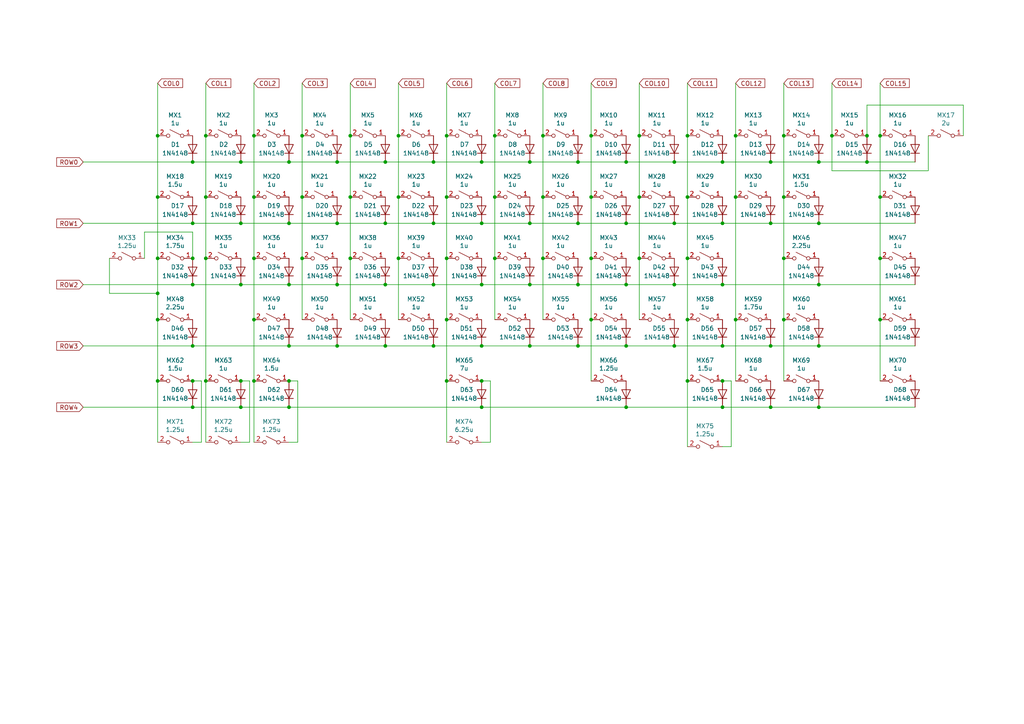
<source format=kicad_sch>
(kicad_sch (version 20230121) (generator eeschema)
  (paper "A4")
  (title_block (title "Bakeneko 65 V3") (date "2020-08-01") (rev "1") (comment 1 "Copyright © 2020 kkatano") (comment 2 "MIT License"))
  (lib_symbols
    (symbol "Device:D" (pin_numbers hide) (pin_names (offset 1.016) hide)
      (property "Reference" "D" (at 0 2.54 0))
      (property "Value" "Device_D" (at 0 -2.54 0))
      (symbol "D_0_1"
        (polyline (pts (xy -1.27 1.27) (xy -1.27 -1.27)) (stroke (width 0.2032)))
        (polyline (pts (xy 1.27 0) (xy -1.27 0)))
        (polyline (pts (xy 1.27 1.27) (xy 1.27 -1.27) (xy -1.27 0) (xy 1.27 1.27)) (stroke (width 0.2032)))
      )
      (symbol "D_1_1"
        (pin passive line (at -3.81 0 0) (length 2.54) (name "K") (number "1"))
        (pin passive line (at 3.81 0 180) (length 2.54) (name "A") (number "2"))
      )
    )
    (symbol "Switch:SW_SPST" (pin_names (offset 0) hide)
      (property "Reference" "SW" (at 0 3.175 0))
      (property "Value" "Switch_SW_SPST" (at 0 -2.54 0))
      (symbol "SW_SPST_0_0"
        (circle (center -2.032 0) (radius 0.508))
        (polyline (pts (xy -1.524 0.254) (xy 1.524 1.778)))
        (circle (center 2.032 0) (radius 0.508))
      )
      (symbol "SW_SPST_1_1"
        (pin passive line (at -5.08 0 0) (length 2.54) (name "A") (number "1"))
        (pin passive line (at 5.08 0 180) (length 2.54) (name "B") (number "2"))
      )
    )
  )
  (junction (at 69.85 82.55))
  (junction (at 213.36 57.15))
  (junction (at 181.61 100.33))
  (junction (at 59.69 39.37))
  (junction (at 255.27 92.71))
  (junction (at 223.52 64.77))
  (junction (at 237.49 118.11))
  (junction (at 139.7 118.11))
  (junction (at 167.64 64.77))
  (junction (at 185.42 39.37))
  (junction (at 87.63 39.37))
  (junction (at 223.52 118.11))
  (junction (at 69.85 46.99))
  (junction (at 73.66 39.37))
  (junction (at 255.27 57.15))
  (junction (at 139.7 110.49))
  (junction (at 97.79 64.77))
  (junction (at 227.33 57.15))
  (junction (at 181.61 118.11))
  (junction (at 87.63 57.15))
  (junction (at 185.42 74.93))
  (junction (at 223.52 100.33))
  (junction (at 157.48 39.37))
  (junction (at 59.69 57.15))
  (junction (at 251.46 46.99))
  (junction (at 195.58 82.55))
  (junction (at 153.67 82.55))
  (junction (at 69.85 64.77))
  (junction (at 143.51 57.15))
  (junction (at 167.64 82.55))
  (junction (at 45.72 57.15))
  (junction (at 157.48 57.15))
  (junction (at 209.55 110.49))
  (junction (at 153.67 64.77))
  (junction (at 129.54 92.71))
  (junction (at 171.45 92.71))
  (junction (at 83.82 64.77))
  (junction (at 209.55 46.99))
  (junction (at 45.72 85.09))
  (junction (at 83.82 110.49))
  (junction (at 87.63 74.93))
  (junction (at 129.54 74.93))
  (junction (at 73.66 92.71))
  (junction (at 115.57 39.37))
  (junction (at 55.88 82.55))
  (junction (at 45.72 110.49))
  (junction (at 45.72 92.71))
  (junction (at 213.36 39.37))
  (junction (at 255.27 39.37))
  (junction (at 55.88 118.11))
  (junction (at 101.6 39.37))
  (junction (at 129.54 110.49))
  (junction (at 195.58 64.77))
  (junction (at 199.39 92.71))
  (junction (at 139.7 46.99))
  (junction (at 185.42 57.15))
  (junction (at 153.67 100.33))
  (junction (at 143.51 39.37))
  (junction (at 55.88 74.93))
  (junction (at 45.72 39.37))
  (junction (at 59.69 74.93))
  (junction (at 199.39 110.49))
  (junction (at 199.39 39.37))
  (junction (at 199.39 57.15))
  (junction (at 101.6 57.15))
  (junction (at 209.55 100.33))
  (junction (at 125.73 64.77))
  (junction (at 139.7 100.33))
  (junction (at 73.66 110.49))
  (junction (at 181.61 64.77))
  (junction (at 251.46 39.37))
  (junction (at 69.85 118.11))
  (junction (at 73.66 57.15))
  (junction (at 157.48 74.93))
  (junction (at 227.33 74.93))
  (junction (at 55.88 46.99))
  (junction (at 115.57 74.93))
  (junction (at 213.36 92.71))
  (junction (at 237.49 100.33))
  (junction (at 83.82 46.99))
  (junction (at 227.33 92.71))
  (junction (at 227.33 39.37))
  (junction (at 209.55 64.77))
  (junction (at 129.54 57.15))
  (junction (at 69.85 110.49))
  (junction (at 111.76 46.99))
  (junction (at 209.55 82.55))
  (junction (at 171.45 74.93))
  (junction (at 97.79 82.55))
  (junction (at 223.52 46.99))
  (junction (at 241.3 39.37))
  (junction (at 237.49 64.77))
  (junction (at 171.45 57.15))
  (junction (at 83.82 118.11))
  (junction (at 139.7 64.77))
  (junction (at 125.73 46.99))
  (junction (at 199.39 74.93))
  (junction (at 143.51 74.93))
  (junction (at 139.7 82.55))
  (junction (at 45.72 74.93))
  (junction (at 111.76 100.33))
  (junction (at 237.49 46.99))
  (junction (at 195.58 100.33))
  (junction (at 55.88 110.49))
  (junction (at 73.66 74.93))
  (junction (at 59.69 110.49))
  (junction (at 101.6 74.93))
  (junction (at 83.82 100.33))
  (junction (at 167.64 46.99))
  (junction (at 83.82 82.55))
  (junction (at 125.73 82.55))
  (junction (at 181.61 82.55))
  (junction (at 181.61 46.99))
  (junction (at 167.64 100.33))
  (junction (at 55.88 100.33))
  (junction (at 125.73 100.33))
  (junction (at 209.55 118.11))
  (junction (at 97.79 100.33))
  (junction (at 153.67 46.99))
  (junction (at 111.76 82.55))
  (junction (at 115.57 57.15))
  (junction (at 55.88 64.77))
  (junction (at 129.54 39.37))
  (junction (at 195.58 46.99))
  (junction (at 171.45 39.37))
  (junction (at 97.79 46.99))
  (junction (at 111.76 64.77))
  (junction (at 237.49 82.55))
  (junction (at 255.27 74.93))
  (wire (pts (xy 129.54 92.71) (xy 129.54 110.49)))
  (wire (pts (xy 129.54 39.37) (xy 129.54 57.15)))
  (wire (pts (xy 199.39 110.49) (xy 199.39 92.71)))
  (wire (pts (xy 237.49 118.11) (xy 265.43 118.11)))
  (wire (pts (xy 181.61 100.33) (xy 195.58 100.33)))
  (wire (pts (xy 153.67 46.99) (xy 139.7 46.99)))
  (wire (pts (xy 139.7 46.99) (xy 125.73 46.99)))
  (wire (pts (xy 59.69 110.49) (xy 59.69 128.27)))
  (wire (pts (xy 125.73 46.99) (xy 111.76 46.99)))
  (wire (pts (xy 111.76 100.33) (xy 125.73 100.33)))
  (wire (pts (xy 59.69 74.93) (xy 59.69 57.15)))
  (wire (pts (xy 181.61 118.11) (xy 209.55 118.11)))
  (wire (pts (xy 73.66 74.93) (xy 73.66 92.71)))
  (wire (pts (xy 87.63 39.37) (xy 87.63 24.13)))
  (wire (pts (xy 199.39 57.15) (xy 199.39 39.37)))
  (wire (pts (xy 227.33 24.13) (xy 227.33 39.37)))
  (wire (pts (xy 209.55 64.77) (xy 223.52 64.77)))
  (wire (pts (xy 83.82 64.77) (xy 97.79 64.77)))
  (wire (pts (xy 143.51 39.37) (xy 143.51 24.13)))
  (wire (pts (xy 83.82 100.33) (xy 97.79 100.33)))
  (wire (pts (xy 157.48 57.15) (xy 157.48 39.37)))
  (wire (pts (xy 83.82 128.27) (xy 86.36 128.27)))
  (wire (pts (xy 199.39 39.37) (xy 199.39 24.13)))
  (wire (pts (xy 73.66 39.37) (xy 73.66 57.15)))
  (wire (pts (xy 143.51 92.71) (xy 143.51 74.93)))
  (wire (pts (xy 73.66 110.49) (xy 73.66 128.27)))
  (wire (pts (xy 157.48 92.71) (xy 157.48 74.93)))
  (wire (pts (xy 227.33 110.49) (xy 227.33 92.71)))
  (wire (pts (xy 237.49 64.77) (xy 265.43 64.77)))
  (wire (pts (xy 255.27 24.13) (xy 255.27 39.37)))
  (wire (pts (xy 223.52 64.77) (xy 237.49 64.77)))
  (wire (pts (xy 83.82 46.99) (xy 69.85 46.99)))
  (wire (pts (xy 55.88 64.77) (xy 69.85 64.77)))
  (wire (pts (xy 171.45 24.13) (xy 171.45 39.37)))
  (wire (pts (xy 185.42 39.37) (xy 185.42 57.15)))
  (wire (pts (xy 213.36 92.71) (xy 213.36 110.49)))
  (wire (pts (xy 195.58 46.99) (xy 181.61 46.99)))
  (wire (pts (xy 167.64 46.99) (xy 153.67 46.99)))
  (wire (pts (xy 251.46 30.48) (xy 251.46 39.37)))
  (wire (pts (xy 167.64 64.77) (xy 181.61 64.77)))
  (wire (pts (xy 41.91 74.93) (xy 41.91 67.31)))
  (wire (pts (xy 101.6 57.15) (xy 101.6 74.93)))
  (wire (pts (xy 269.24 49.53) (xy 269.24 39.37)))
  (wire (pts (xy 241.3 49.53) (xy 269.24 49.53)))
  (wire (pts (xy 55.88 67.31) (xy 55.88 74.93)))
  (wire (pts (xy 255.27 57.15) (xy 255.27 74.93)))
  (wire (pts (xy 241.3 39.37) (xy 241.3 49.53)))
  (wire (pts (xy 227.33 92.71) (xy 227.33 74.93)))
  (wire (pts (xy 171.45 39.37) (xy 171.45 57.15)))
  (wire (pts (xy 55.88 100.33) (xy 83.82 100.33)))
  (wire (pts (xy 45.72 57.15) (xy 45.72 74.93)))
  (wire (pts (xy 209.55 100.33) (xy 223.52 100.33)))
  (wire (pts (xy 129.54 24.13) (xy 129.54 39.37)))
  (wire (pts (xy 171.45 92.71) (xy 171.45 110.49)))
  (wire (pts (xy 223.52 100.33) (xy 237.49 100.33)))
  (wire (pts (xy 101.6 39.37) (xy 101.6 57.15)))
  (wire (pts (xy 24.13 46.99) (xy 55.88 46.99)))
  (wire (pts (xy 142.24 128.27) (xy 142.24 110.49)))
  (wire (pts (xy 111.76 64.77) (xy 125.73 64.77)))
  (wire (pts (xy 115.57 74.93) (xy 115.57 57.15)))
  (wire (pts (xy 73.66 24.13) (xy 73.66 39.37)))
  (wire (pts (xy 45.72 74.93) (xy 45.72 85.09)))
  (wire (pts (xy 223.52 118.11) (xy 209.55 118.11)))
  (wire (pts (xy 55.88 64.77) (xy 24.13 64.77)))
  (wire (pts (xy 199.39 74.93) (xy 199.39 57.15)))
  (wire (pts (xy 209.55 46.99) (xy 195.58 46.99)))
  (wire (pts (xy 185.42 74.93) (xy 185.42 92.71)))
  (wire (pts (xy 69.85 82.55) (xy 55.88 82.55)))
  (wire (pts (xy 24.13 100.33) (xy 55.88 100.33)))
  (wire (pts (xy 237.49 46.99) (xy 223.52 46.99)))
  (wire (pts (xy 59.69 57.15) (xy 59.69 39.37)))
  (wire (pts (xy 279.4 30.48) (xy 251.46 30.48)))
  (wire (pts (xy 72.39 128.27) (xy 72.39 110.49)))
  (wire (pts (xy 111.76 46.99) (xy 97.79 46.99)))
  (wire (pts (xy 143.51 74.93) (xy 143.51 57.15)))
  (wire (pts (xy 213.36 39.37) (xy 213.36 57.15)))
  (wire (pts (xy 199.39 110.49) (xy 199.39 129.54)))
  (wire (pts (xy 142.24 110.49) (xy 139.7 110.49)))
  (wire (pts (xy 181.61 82.55) (xy 167.64 82.55)))
  (wire (pts (xy 83.82 118.11) (xy 69.85 118.11)))
  (wire (pts (xy 237.49 118.11) (xy 223.52 118.11)))
  (wire (pts (xy 227.33 74.93) (xy 227.33 57.15)))
  (wire (pts (xy 87.63 92.71) (xy 87.63 74.93)))
  (wire (pts (xy 251.46 46.99) (xy 237.49 46.99)))
  (wire (pts (xy 45.72 92.71) (xy 45.72 110.49)))
  (wire (pts (xy 241.3 24.13) (xy 241.3 39.37)))
  (wire (pts (xy 101.6 74.93) (xy 101.6 92.71)))
  (wire (pts (xy 24.13 82.55) (xy 55.88 82.55)))
  (wire (pts (xy 45.72 39.37) (xy 45.72 57.15)))
  (wire (pts (xy 24.13 118.11) (xy 55.88 118.11)))
  (wire (pts (xy 181.61 46.99) (xy 167.64 46.99)))
  (wire (pts (xy 69.85 46.99) (xy 55.88 46.99)))
  (wire (pts (xy 195.58 100.33) (xy 209.55 100.33)))
  (wire (pts (xy 171.45 74.93) (xy 171.45 92.71)))
  (wire (pts (xy 265.43 46.99) (xy 251.46 46.99)))
  (wire (pts (xy 125.73 82.55) (xy 111.76 82.55)))
  (wire (pts (xy 157.48 39.37) (xy 157.48 24.13)))
  (wire (pts (xy 73.66 92.71) (xy 73.66 110.49)))
  (wire (pts (xy 255.27 74.93) (xy 255.27 92.71)))
  (wire (pts (xy 115.57 57.15) (xy 115.57 39.37)))
  (wire (pts (xy 185.42 24.13) (xy 185.42 39.37)))
  (wire (pts (xy 97.79 64.77) (xy 111.76 64.77)))
  (wire (pts (xy 45.72 24.13) (xy 45.72 39.37)))
  (wire (pts (xy 125.73 64.77) (xy 139.7 64.77)))
  (wire (pts (xy 58.42 128.27) (xy 58.42 110.49)))
  (wire (pts (xy 58.42 110.49) (xy 55.88 110.49)))
  (wire (pts (xy 213.36 24.13) (xy 213.36 39.37)))
  (wire (pts (xy 139.7 100.33) (xy 153.67 100.33)))
  (wire (pts (xy 115.57 39.37) (xy 115.57 24.13)))
  (wire (pts (xy 195.58 64.77) (xy 209.55 64.77)))
  (wire (pts (xy 213.36 57.15) (xy 213.36 92.71)))
  (wire (pts (xy 227.33 57.15) (xy 227.33 39.37)))
  (wire (pts (xy 69.85 118.11) (xy 55.88 118.11)))
  (wire (pts (xy 153.67 64.77) (xy 167.64 64.77)))
  (wire (pts (xy 139.7 118.11) (xy 83.82 118.11)))
  (wire (pts (xy 97.79 100.33) (xy 111.76 100.33)))
  (wire (pts (xy 255.27 92.71) (xy 255.27 110.49)))
  (wire (pts (xy 69.85 128.27) (xy 72.39 128.27)))
  (wire (pts (xy 83.82 82.55) (xy 69.85 82.55)))
  (wire (pts (xy 143.51 57.15) (xy 143.51 39.37)))
  (wire (pts (xy 101.6 24.13) (xy 101.6 39.37)))
  (wire (pts (xy 209.55 82.55) (xy 237.49 82.55)))
  (wire (pts (xy 72.39 110.49) (xy 69.85 110.49)))
  (wire (pts (xy 129.54 57.15) (xy 129.54 74.93)))
  (wire (pts (xy 115.57 92.71) (xy 115.57 74.93)))
  (wire (pts (xy 86.36 110.49) (xy 83.82 110.49)))
  (wire (pts (xy 171.45 57.15) (xy 171.45 74.93)))
  (wire (pts (xy 87.63 74.93) (xy 87.63 57.15)))
  (wire (pts (xy 199.39 92.71) (xy 199.39 74.93)))
  (wire (pts (xy 73.66 57.15) (xy 73.66 74.93)))
  (wire (pts (xy 69.85 64.77) (xy 83.82 64.77)))
  (wire (pts (xy 223.52 46.99) (xy 209.55 46.99)))
  (wire (pts (xy 167.64 82.55) (xy 153.67 82.55)))
  (wire (pts (xy 59.69 39.37) (xy 59.69 24.13)))
  (wire (pts (xy 59.69 74.93) (xy 59.69 110.49)))
  (wire (pts (xy 209.55 82.55) (xy 195.58 82.55)))
  (wire (pts (xy 279.4 39.37) (xy 279.4 30.48)))
  (wire (pts (xy 181.61 118.11) (xy 139.7 118.11)))
  (wire (pts (xy 195.58 82.55) (xy 181.61 82.55)))
  (wire (pts (xy 139.7 82.55) (xy 125.73 82.55)))
  (wire (pts (xy 97.79 82.55) (xy 83.82 82.55)))
  (wire (pts (xy 212.09 129.54) (xy 212.09 110.49)))
  (wire (pts (xy 111.76 82.55) (xy 97.79 82.55)))
  (wire (pts (xy 129.54 74.93) (xy 129.54 92.71)))
  (wire (pts (xy 255.27 39.37) (xy 255.27 57.15)))
  (wire (pts (xy 87.63 57.15) (xy 87.63 39.37)))
  (wire (pts (xy 86.36 128.27) (xy 86.36 110.49)))
  (wire (pts (xy 31.75 85.09) (xy 45.72 85.09)))
  (wire (pts (xy 41.91 67.31) (xy 55.88 67.31)))
  (wire (pts (xy 237.49 100.33) (xy 265.43 100.33)))
  (wire (pts (xy 129.54 110.49) (xy 129.54 128.27)))
  (wire (pts (xy 185.42 57.15) (xy 185.42 74.93)))
  (wire (pts (xy 45.72 110.49) (xy 45.72 128.27)))
  (wire (pts (xy 125.73 100.33) (xy 139.7 100.33)))
  (wire (pts (xy 139.7 128.27) (xy 142.24 128.27)))
  (wire (pts (xy 265.43 82.55) (xy 237.49 82.55)))
  (wire (pts (xy 209.55 129.54) (xy 212.09 129.54)))
  (wire (pts (xy 31.75 74.93) (xy 31.75 85.09)))
  (wire (pts (xy 157.48 74.93) (xy 157.48 57.15)))
  (wire (pts (xy 153.67 100.33) (xy 167.64 100.33)))
  (wire (pts (xy 212.09 110.49) (xy 209.55 110.49)))
  (wire (pts (xy 45.72 85.09) (xy 45.72 92.71)))
  (wire (pts (xy 181.61 64.77) (xy 195.58 64.77)))
  (wire (pts (xy 139.7 64.77) (xy 153.67 64.77)))
  (wire (pts (xy 97.79 46.99) (xy 83.82 46.99)))
  (wire (pts (xy 167.64 100.33) (xy 181.61 100.33)))
  (wire (pts (xy 55.88 128.27) (xy 58.42 128.27)))
  (wire (pts (xy 153.67 82.55) (xy 139.7 82.55)))
  (global_label "COL3" (shape input) (at 87.63 24.13 0) (property "Intersheetrefs" "${INTERSHEET_REFS}" (effects hide)))
  (global_label "COL0" (shape input) (at 45.72 24.13 0) (property "Intersheetrefs" "${INTERSHEET_REFS}" (effects hide)))
  (global_label "COL15" (shape input) (at 255.27 24.13 0) (property "Intersheetrefs" "${INTERSHEET_REFS}" (effects hide)))
  (global_label "COL9" (shape input) (at 171.45 24.13 0) (property "Intersheetrefs" "${INTERSHEET_REFS}" (effects hide)))
  (global_label "COL14" (shape input) (at 241.3 24.13 0) (property "Intersheetrefs" "${INTERSHEET_REFS}" (effects hide)))
  (global_label "COL10" (shape input) (at 185.42 24.13 0) (property "Intersheetrefs" "${INTERSHEET_REFS}" (effects hide)))
  (global_label "COL5" (shape input) (at 115.57 24.13 0) (property "Intersheetrefs" "${INTERSHEET_REFS}" (effects hide)))
  (global_label "ROW3" (shape input) (at 24.13 100.33 180) (property "Intersheetrefs" "${INTERSHEET_REFS}" (effects hide)))
  (global_label "COL1" (shape input) (at 59.69 24.13 0) (property "Intersheetrefs" "${INTERSHEET_REFS}" (effects hide)))
  (global_label "COL4" (shape input) (at 101.6 24.13 0) (property "Intersheetrefs" "${INTERSHEET_REFS}" (effects hide)))
  (global_label "ROW0" (shape input) (at 24.13 46.99 180) (property "Intersheetrefs" "${INTERSHEET_REFS}" (effects hide)))
  (global_label "ROW2" (shape input) (at 24.13 82.55 180) (property "Intersheetrefs" "${INTERSHEET_REFS}" (effects hide)))
  (global_label "COL12" (shape input) (at 213.36 24.13 0) (property "Intersheetrefs" "${INTERSHEET_REFS}" (effects hide)))
  (global_label "COL8" (shape input) (at 157.48 24.13 0) (property "Intersheetrefs" "${INTERSHEET_REFS}" (effects hide)))
  (global_label "COL6" (shape input) (at 129.54 24.13 0) (property "Intersheetrefs" "${INTERSHEET_REFS}" (effects hide)))
  (global_label "ROW4" (shape input) (at 24.13 118.11 180) (property "Intersheetrefs" "${INTERSHEET_REFS}" (effects hide)))
  (global_label "COL2" (shape input) (at 73.66 24.13 0) (property "Intersheetrefs" "${INTERSHEET_REFS}" (effects hide)))
  (global_label "ROW1" (shape input) (at 24.13 64.77 180) (property "Intersheetrefs" "${INTERSHEET_REFS}" (effects hide)))
  (global_label "COL11" (shape input) (at 199.39 24.13 0) (property "Intersheetrefs" "${INTERSHEET_REFS}" (effects hide)))
  (global_label "COL13" (shape input) (at 227.33 24.13 0) (property "Intersheetrefs" "${INTERSHEET_REFS}" (effects hide)))
  (global_label "COL7" (shape input) (at 143.51 24.13 0) (property "Intersheetrefs" "${INTERSHEET_REFS}" (effects hide)))
  (symbol (lib_id "Switch:SW_SPST") (at 50.8 57.15 0) (mirror y) (unit 1)
    (property "Reference" "MX18" (at 50.8 51.181 0))
    (property "Value" "1.5u" (at 50.8 53.4924 0))
    (property "Footprint" "MX_Only:MXOnly-1.5U-NoLED" (effects hide))
  )
  (symbol (lib_id "Switch:SW_SPST") (at 106.68 39.37 0) (mirror y) (unit 1)
    (property "Reference" "MX5" (at 106.68 33.401 0))
    (property "Value" "1u" (at 106.68 35.7124 0))
    (property "Footprint" "MX_Only:MXOnly-1U-NoLED" (effects hide))
  )
  (symbol (lib_id "Switch:SW_SPST") (at 36.83 74.93 0) (mirror y) (unit 1)
    (property "Reference" "MX33" (at 36.83 68.961 0))
    (property "Value" "1.25u" (at 36.83 71.2724 0))
    (property "Footprint" "MX_Only:MXOnly-1.25U-NoLED" (effects hide))
  )
  (symbol (lib_id "Switch:SW_SPST") (at 274.32 39.37 0) (mirror y) (unit 1)
    (property "Reference" "MX17" (at 274.32 33.401 0))
    (property "Value" "2u" (at 274.32 35.7124 0))
    (property "Footprint" "MX_Only:MXOnly-2U-NoLED" (effects hide))
  )
  (symbol (lib_id "Switch:SW_SPST") (at 204.47 129.54 0) (mirror y) (unit 1)
    (property "Reference" "MX75" (at 204.47 123.571 0))
    (property "Value" "1.25u" (at 204.47 125.8824 0))
    (property "Footprint" "MX_Only:MXOnly-1.25U-NoLED" (effects hide))
  )
  (symbol (lib_id "Switch:SW_SPST") (at 50.8 74.93 0) (mirror y) (unit 1)
    (property "Reference" "MX34" (at 50.8 68.961 0))
    (property "Value" "1.75u" (at 50.8 71.2724 0))
    (property "Footprint" "MX_Only:MXOnly-1.75U-NoLED" (effects hide))
  )
  (symbol (lib_id "Switch:SW_SPST") (at 50.8 92.71 0) (mirror y) (unit 1)
    (property "Reference" "MX48" (at 50.8 86.741 0))
    (property "Value" "2.25u" (at 50.8 89.0524 0))
    (property "Footprint" "MX_Only:MXOnly-2.25U-NoLED" (effects hide))
  )
  (symbol (lib_id "Device:D") (at 265.43 114.3 90) (unit 1)
    (property "Reference" "D68" (at 259.08 113.03 90) (effects (justify right)))
    (property "Value" "1N4148" (at 256.54 115.57 90) (effects (justify right)))
    (property "Footprint" "Diode_SMD:D_SOD-123" (effects hide))
    (property "LCSC Part #" "C81598" (effects hide))
  )
  (symbol (lib_id "Switch:SW_SPST") (at 260.35 110.49 0) (mirror y) (unit 1)
    (property "Reference" "MX70" (at 260.35 104.521 0))
    (property "Value" "1u" (at 260.35 106.8324 0))
    (property "Footprint" "MX_Only:MXOnly-1U-NoLED" (effects hide))
  )
  (symbol (lib_id "Device:D") (at 237.49 114.3 90) (unit 1)
    (property "Reference" "D67" (at 231.14 113.03 90) (effects (justify right)))
    (property "Value" "1N4148" (at 228.6 115.57 90) (effects (justify right)))
    (property "Footprint" "Diode_SMD:D_SOD-123" (effects hide))
    (property "LCSC Part #" "C81598" (effects hide))
  )
  (symbol (lib_id "Switch:SW_SPST") (at 232.41 110.49 0) (mirror y) (unit 1)
    (property "Reference" "MX69" (at 232.41 104.521 0))
    (property "Value" "1u" (at 232.41 106.8324 0))
    (property "Footprint" "MX_Only:MXOnly-1U-NoLED" (effects hide))
  )
  (symbol (lib_id "Device:D") (at 223.52 114.3 90) (unit 1)
    (property "Reference" "D66" (at 217.17 113.03 90) (effects (justify right)))
    (property "Value" "1N4148" (at 214.63 115.57 90) (effects (justify right)))
    (property "Footprint" "Diode_SMD:D_SOD-123" (effects hide))
    (property "LCSC Part #" "C81598" (effects hide))
  )
  (symbol (lib_id "Switch:SW_SPST") (at 218.44 110.49 0) (mirror y) (unit 1)
    (property "Reference" "MX68" (at 218.44 104.521 0))
    (property "Value" "1u" (at 218.44 106.8324 0))
    (property "Footprint" "MX_Only:MXOnly-1U-NoLED" (effects hide))
  )
  (symbol (lib_id "Device:D") (at 209.55 114.3 90) (unit 1)
    (property "Reference" "D65" (at 203.2 113.03 90) (effects (justify right)))
    (property "Value" "1N4148" (at 200.66 115.57 90) (effects (justify right)))
    (property "Footprint" "Diode_SMD:D_SOD-123" (effects hide))
    (property "LCSC Part #" "C81598" (effects hide))
  )
  (symbol (lib_id "Switch:SW_SPST") (at 204.47 110.49 0) (mirror y) (unit 1)
    (property "Reference" "MX67" (at 204.47 104.521 0))
    (property "Value" "1.5u" (at 204.47 106.8324 0))
    (property "Footprint" "MX_Only:MXOnly-1.5U-NoLED" (effects hide))
  )
  (symbol (lib_id "Device:D") (at 181.61 114.3 90) (unit 1)
    (property "Reference" "D64" (at 175.26 113.03 90) (effects (justify right)))
    (property "Value" "1N4148" (at 172.72 115.57 90) (effects (justify right)))
    (property "Footprint" "Diode_SMD:D_SOD-123" (effects hide))
    (property "LCSC Part #" "C81598" (effects hide))
  )
  (symbol (lib_id "Switch:SW_SPST") (at 176.53 110.49 0) (mirror y) (unit 1)
    (property "Reference" "MX66" (at 176.53 104.521 0))
    (property "Value" "1.25u" (at 176.53 106.8324 0))
    (property "Footprint" "MX_Only:MXOnly-1.25U-NoLED" (effects hide))
  )
  (symbol (lib_id "Device:D") (at 139.7 114.3 90) (unit 1)
    (property "Reference" "D63" (at 133.35 113.03 90) (effects (justify right)))
    (property "Value" "1N4148" (at 130.81 115.57 90) (effects (justify right)))
    (property "Footprint" "Diode_SMD:D_SOD-123" (effects hide))
    (property "LCSC Part #" "C81598" (effects hide))
  )
  (symbol (lib_id "Switch:SW_SPST") (at 134.62 110.49 0) (mirror y) (unit 1)
    (property "Reference" "MX65" (at 134.62 104.521 0))
    (property "Value" "7u" (at 134.62 106.8324 0))
    (property "Footprint" "MX_Only:MXOnly-7U-ReversedStabilizers-NoLED" (effects hide))
  )
  (symbol (lib_id "Device:D") (at 83.82 114.3 90) (unit 1)
    (property "Reference" "D62" (at 77.47 113.03 90) (effects (justify right)))
    (property "Value" "1N4148" (at 74.93 115.57 90) (effects (justify right)))
    (property "Footprint" "Diode_SMD:D_SOD-123" (effects hide))
    (property "LCSC Part #" "C81598" (effects hide))
  )
  (symbol (lib_id "Switch:SW_SPST") (at 78.74 110.49 0) (mirror y) (unit 1)
    (property "Reference" "MX64" (at 78.74 104.521 0))
    (property "Value" "1.5u" (at 78.74 106.8324 0))
    (property "Footprint" "MX_Only:MXOnly-1.5U-NoLED" (effects hide))
  )
  (symbol (lib_id "Device:D") (at 69.85 114.3 90) (unit 1)
    (property "Reference" "D61" (at 63.5 113.03 90) (effects (justify right)))
    (property "Value" "1N4148" (at 60.96 115.57 90) (effects (justify right)))
    (property "Footprint" "Diode_SMD:D_SOD-123" (effects hide))
    (property "LCSC Part #" "C81598" (effects hide))
  )
  (symbol (lib_id "Switch:SW_SPST") (at 64.77 110.49 0) (mirror y) (unit 1)
    (property "Reference" "MX63" (at 64.77 104.521 0))
    (property "Value" "1u" (at 64.77 106.8324 0))
    (property "Footprint" "MX_Only:MXOnly-1U-NoLED" (effects hide))
  )
  (symbol (lib_id "Device:D") (at 55.88 114.3 90) (unit 1)
    (property "Reference" "D60" (at 49.53 113.03 90) (effects (justify right)))
    (property "Value" "1N4148" (at 46.99 115.57 90) (effects (justify right)))
    (property "Footprint" "Diode_SMD:D_SOD-123" (effects hide))
    (property "LCSC Part #" "C81598" (effects hide))
  )
  (symbol (lib_id "Switch:SW_SPST") (at 50.8 110.49 0) (mirror y) (unit 1)
    (property "Reference" "MX62" (at 50.8 104.521 0))
    (property "Value" "1.5u" (at 50.8 106.8324 0))
    (property "Footprint" "MX_Only:MXOnly-1.5U-NoLED" (effects hide))
  )
  (symbol (lib_id "Device:D") (at 265.43 96.52 90) (unit 1)
    (property "Reference" "D59" (at 259.08 95.25 90) (effects (justify right)))
    (property "Value" "1N4148" (at 256.54 97.79 90) (effects (justify right)))
    (property "Footprint" "Diode_SMD:D_SOD-123" (effects hide))
    (property "LCSC Part #" "C81598" (effects hide))
  )
  (symbol (lib_id "Switch:SW_SPST") (at 260.35 92.71 0) (mirror y) (unit 1)
    (property "Reference" "MX61" (at 260.35 86.741 0))
    (property "Value" "1u" (at 260.35 89.0524 0))
    (property "Footprint" "MX_Only:MXOnly-1U-NoLED" (effects hide))
  )
  (symbol (lib_id "Device:D") (at 237.49 96.52 90) (unit 1)
    (property "Reference" "D58" (at 231.14 95.25 90) (effects (justify right)))
    (property "Value" "1N4148" (at 228.6 97.79 90) (effects (justify right)))
    (property "Footprint" "Diode_SMD:D_SOD-123" (effects hide))
    (property "LCSC Part #" "C81598" (effects hide))
  )
  (symbol (lib_id "Switch:SW_SPST") (at 232.41 92.71 0) (mirror y) (unit 1)
    (property "Reference" "MX60" (at 232.41 86.741 0))
    (property "Value" "1u" (at 232.41 89.0524 0))
    (property "Footprint" "MX_Only:MXOnly-1U-NoLED" (effects hide))
  )
  (symbol (lib_id "Device:D") (at 223.52 96.52 90) (unit 1)
    (property "Reference" "D57" (at 217.17 95.25 90) (effects (justify right)))
    (property "Value" "1N4148" (at 214.63 97.79 90) (effects (justify right)))
    (property "Footprint" "Diode_SMD:D_SOD-123" (effects hide))
    (property "LCSC Part #" "C81598" (effects hide))
  )
  (symbol (lib_id "Switch:SW_SPST") (at 218.44 92.71 0) (mirror y) (unit 1)
    (property "Reference" "MX59" (at 218.44 86.741 0))
    (property "Value" "1.75u" (at 218.44 89.0524 0))
    (property "Footprint" "MX_Only:MXOnly-1.75U-NoLED" (effects hide))
  )
  (symbol (lib_id "Device:D") (at 209.55 96.52 90) (unit 1)
    (property "Reference" "D56" (at 203.2 95.25 90) (effects (justify right)))
    (property "Value" "1N4148" (at 200.66 97.79 90) (effects (justify right)))
    (property "Footprint" "Diode_SMD:D_SOD-123" (effects hide))
    (property "LCSC Part #" "C81598" (effects hide))
  )
  (symbol (lib_id "Switch:SW_SPST") (at 204.47 92.71 0) (mirror y) (unit 1)
    (property "Reference" "MX58" (at 204.47 86.741 0))
    (property "Value" "1u" (at 204.47 89.0524 0))
    (property "Footprint" "MX_Only:MXOnly-1U-NoLED" (effects hide))
  )
  (symbol (lib_id "Device:D") (at 195.58 96.52 90) (unit 1)
    (property "Reference" "D55" (at 189.23 95.25 90) (effects (justify right)))
    (property "Value" "1N4148" (at 186.69 97.79 90) (effects (justify right)))
    (property "Footprint" "Diode_SMD:D_SOD-123" (effects hide))
    (property "LCSC Part #" "C81598" (effects hide))
  )
  (symbol (lib_id "Switch:SW_SPST") (at 190.5 92.71 0) (mirror y) (unit 1)
    (property "Reference" "MX57" (at 190.5 86.741 0))
    (property "Value" "1u" (at 190.5 89.0524 0))
    (property "Footprint" "MX_Only:MXOnly-1U-NoLED" (effects hide))
  )
  (symbol (lib_id "Device:D") (at 181.61 96.52 90) (unit 1)
    (property "Reference" "D54" (at 175.26 95.25 90) (effects (justify right)))
    (property "Value" "1N4148" (at 172.72 97.79 90) (effects (justify right)))
    (property "Footprint" "Diode_SMD:D_SOD-123" (effects hide))
    (property "LCSC Part #" "C81598" (effects hide))
  )
  (symbol (lib_id "Switch:SW_SPST") (at 176.53 92.71 0) (mirror y) (unit 1)
    (property "Reference" "MX56" (at 176.53 86.741 0))
    (property "Value" "1u" (at 176.53 89.0524 0))
    (property "Footprint" "MX_Only:MXOnly-1U-NoLED" (effects hide))
  )
  (symbol (lib_id "Device:D") (at 167.64 96.52 90) (unit 1)
    (property "Reference" "D53" (at 161.29 95.25 90) (effects (justify right)))
    (property "Value" "1N4148" (at 158.75 97.79 90) (effects (justify right)))
    (property "Footprint" "Diode_SMD:D_SOD-123" (effects hide))
    (property "LCSC Part #" "C81598" (effects hide))
  )
  (symbol (lib_id "Switch:SW_SPST") (at 162.56 92.71 0) (mirror y) (unit 1)
    (property "Reference" "MX55" (at 162.56 86.741 0))
    (property "Value" "1u" (at 162.56 89.0524 0))
    (property "Footprint" "MX_Only:MXOnly-1U-NoLED" (effects hide))
  )
  (symbol (lib_id "Device:D") (at 153.67 96.52 90) (unit 1)
    (property "Reference" "D52" (at 147.32 95.25 90) (effects (justify right)))
    (property "Value" "1N4148" (at 144.78 97.79 90) (effects (justify right)))
    (property "Footprint" "Diode_SMD:D_SOD-123" (effects hide))
    (property "LCSC Part #" "C81598" (effects hide))
  )
  (symbol (lib_id "Switch:SW_SPST") (at 148.59 92.71 0) (mirror y) (unit 1)
    (property "Reference" "MX54" (at 148.59 86.741 0))
    (property "Value" "1u" (at 148.59 89.0524 0))
    (property "Footprint" "MX_Only:MXOnly-1U-NoLED" (effects hide))
  )
  (symbol (lib_id "Device:D") (at 139.7 96.52 90) (unit 1)
    (property "Reference" "D51" (at 133.35 95.25 90) (effects (justify right)))
    (property "Value" "1N4148" (at 130.81 97.79 90) (effects (justify right)))
    (property "Footprint" "Diode_SMD:D_SOD-123" (effects hide))
    (property "LCSC Part #" "C81598" (effects hide))
  )
  (symbol (lib_id "Switch:SW_SPST") (at 134.62 92.71 0) (mirror y) (unit 1)
    (property "Reference" "MX53" (at 134.62 86.741 0))
    (property "Value" "1u" (at 134.62 89.0524 0))
    (property "Footprint" "MX_Only:MXOnly-1U-NoLED" (effects hide))
  )
  (symbol (lib_id "Device:D") (at 125.73 96.52 90) (unit 1)
    (property "Reference" "D50" (at 119.38 95.25 90) (effects (justify right)))
    (property "Value" "1N4148" (at 116.84 97.79 90) (effects (justify right)))
    (property "Footprint" "Diode_SMD:D_SOD-123" (effects hide))
    (property "LCSC Part #" "C81598" (effects hide))
  )
  (symbol (lib_id "Switch:SW_SPST") (at 120.65 92.71 0) (mirror y) (unit 1)
    (property "Reference" "MX52" (at 120.65 86.741 0))
    (property "Value" "1u" (at 120.65 89.0524 0))
    (property "Footprint" "MX_Only:MXOnly-1U-NoLED" (effects hide))
  )
  (symbol (lib_id "Device:D") (at 111.76 96.52 90) (unit 1)
    (property "Reference" "D49" (at 105.41 95.25 90) (effects (justify right)))
    (property "Value" "1N4148" (at 102.87 97.79 90) (effects (justify right)))
    (property "Footprint" "Diode_SMD:D_SOD-123" (effects hide))
    (property "LCSC Part #" "C81598" (effects hide))
  )
  (symbol (lib_id "Switch:SW_SPST") (at 106.68 92.71 0) (mirror y) (unit 1)
    (property "Reference" "MX51" (at 106.68 86.741 0))
    (property "Value" "1u" (at 106.68 89.0524 0))
    (property "Footprint" "MX_Only:MXOnly-1U-NoLED" (effects hide))
  )
  (symbol (lib_id "Device:D") (at 97.79 96.52 90) (unit 1)
    (property "Reference" "D48" (at 91.44 95.25 90) (effects (justify right)))
    (property "Value" "1N4148" (at 88.9 97.79 90) (effects (justify right)))
    (property "Footprint" "Diode_SMD:D_SOD-123" (effects hide))
    (property "LCSC Part #" "C81598" (effects hide))
  )
  (symbol (lib_id "Switch:SW_SPST") (at 92.71 92.71 0) (mirror y) (unit 1)
    (property "Reference" "MX50" (at 92.71 86.741 0))
    (property "Value" "1u" (at 92.71 89.0524 0))
    (property "Footprint" "MX_Only:MXOnly-1U-NoLED" (effects hide))
  )
  (symbol (lib_id "Device:D") (at 83.82 96.52 90) (unit 1)
    (property "Reference" "D47" (at 77.47 95.25 90) (effects (justify right)))
    (property "Value" "1N4148" (at 74.93 97.79 90) (effects (justify right)))
    (property "Footprint" "Diode_SMD:D_SOD-123" (effects hide))
    (property "LCSC Part #" "C81598" (effects hide))
  )
  (symbol (lib_id "Switch:SW_SPST") (at 78.74 92.71 0) (mirror y) (unit 1)
    (property "Reference" "MX49" (at 78.74 86.741 0))
    (property "Value" "1u" (at 78.74 89.0524 0))
    (property "Footprint" "MX_Only:MXOnly-1U-NoLED" (effects hide))
  )
  (symbol (lib_id "Device:D") (at 55.88 96.52 90) (unit 1)
    (property "Reference" "D46" (at 49.53 95.25 90) (effects (justify right)))
    (property "Value" "1N4148" (at 46.99 97.79 90) (effects (justify right)))
    (property "Footprint" "Diode_SMD:D_SOD-123" (effects hide))
    (property "LCSC Part #" "C81598" (effects hide))
  )
  (symbol (lib_id "Device:D") (at 265.43 78.74 90) (unit 1)
    (property "Reference" "D45" (at 259.08 77.47 90) (effects (justify right)))
    (property "Value" "1N4148" (at 256.54 80.01 90) (effects (justify right)))
    (property "Footprint" "Diode_SMD:D_SOD-123" (effects hide))
    (property "LCSC Part #" "C81598" (effects hide))
  )
  (symbol (lib_id "Switch:SW_SPST") (at 260.35 74.93 0) (mirror y) (unit 1)
    (property "Reference" "MX47" (at 260.35 68.961 0))
    (property "Value" "1u" (at 260.35 71.2724 0))
    (property "Footprint" "MX_Only:MXOnly-1U-NoLED" (effects hide))
  )
  (symbol (lib_id "Device:D") (at 237.49 78.74 90) (unit 1)
    (property "Reference" "D44" (at 231.14 77.47 90) (effects (justify right)))
    (property "Value" "1N4148" (at 228.6 80.01 90) (effects (justify right)))
    (property "Footprint" "Diode_SMD:D_SOD-123" (effects hide))
    (property "LCSC Part #" "C81598" (effects hide))
  )
  (symbol (lib_id "Switch:SW_SPST") (at 232.41 74.93 0) (mirror y) (unit 1)
    (property "Reference" "MX46" (at 232.41 68.961 0))
    (property "Value" "2.25u" (at 232.41 71.2724 0))
    (property "Footprint" "MX_Only:MXOnly-2.25U-NoLED" (effects hide))
  )
  (symbol (lib_id "Device:D") (at 209.55 78.74 90) (unit 1)
    (property "Reference" "D43" (at 203.2 77.47 90) (effects (justify right)))
    (property "Value" "1N4148" (at 200.66 80.01 90) (effects (justify right)))
    (property "Footprint" "Diode_SMD:D_SOD-123" (effects hide))
    (property "LCSC Part #" "C81598" (effects hide))
  )
  (symbol (lib_id "Switch:SW_SPST") (at 204.47 74.93 0) (mirror y) (unit 1)
    (property "Reference" "MX45" (at 204.47 68.961 0))
    (property "Value" "1u" (at 204.47 71.2724 0))
    (property "Footprint" "MX_Only:MXOnly-1U-NoLED" (effects hide))
  )
  (symbol (lib_id "Device:D") (at 195.58 78.74 90) (unit 1)
    (property "Reference" "D42" (at 189.23 77.47 90) (effects (justify right)))
    (property "Value" "1N4148" (at 186.69 80.01 90) (effects (justify right)))
    (property "Footprint" "Diode_SMD:D_SOD-123" (effects hide))
    (property "LCSC Part #" "C81598" (effects hide))
  )
  (symbol (lib_id "Switch:SW_SPST") (at 190.5 74.93 0) (mirror y) (unit 1)
    (property "Reference" "MX44" (at 190.5 68.961 0))
    (property "Value" "1u" (at 190.5 71.2724 0))
    (property "Footprint" "MX_Only:MXOnly-1U-NoLED" (effects hide))
  )
  (symbol (lib_id "Device:D") (at 181.61 78.74 90) (unit 1)
    (property "Reference" "D41" (at 175.26 77.47 90) (effects (justify right)))
    (property "Value" "1N4148" (at 172.72 80.01 90) (effects (justify right)))
    (property "Footprint" "Diode_SMD:D_SOD-123" (effects hide))
    (property "LCSC Part #" "C81598" (effects hide))
  )
  (symbol (lib_id "Switch:SW_SPST") (at 176.53 74.93 0) (mirror y) (unit 1)
    (property "Reference" "MX43" (at 176.53 68.961 0))
    (property "Value" "1u" (at 176.53 71.2724 0))
    (property "Footprint" "MX_Only:MXOnly-1U-NoLED" (effects hide))
  )
  (symbol (lib_id "Device:D") (at 167.64 78.74 90) (unit 1)
    (property "Reference" "D40" (at 161.29 77.47 90) (effects (justify right)))
    (property "Value" "1N4148" (at 158.75 80.01 90) (effects (justify right)))
    (property "Footprint" "Diode_SMD:D_SOD-123" (effects hide))
    (property "LCSC Part #" "C81598" (effects hide))
  )
  (symbol (lib_id "Switch:SW_SPST") (at 162.56 74.93 0) (mirror y) (unit 1)
    (property "Reference" "MX42" (at 162.56 68.961 0))
    (property "Value" "1u" (at 162.56 71.2724 0))
    (property "Footprint" "MX_Only:MXOnly-1U-NoLED" (effects hide))
  )
  (symbol (lib_id "Device:D") (at 153.67 78.74 90) (unit 1)
    (property "Reference" "D39" (at 147.32 77.47 90) (effects (justify right)))
    (property "Value" "1N4148" (at 144.78 80.01 90) (effects (justify right)))
    (property "Footprint" "Diode_SMD:D_SOD-123" (effects hide))
    (property "LCSC Part #" "C81598" (effects hide))
  )
  (symbol (lib_id "Switch:SW_SPST") (at 148.59 74.93 0) (mirror y) (unit 1)
    (property "Reference" "MX41" (at 148.59 68.961 0))
    (property "Value" "1u" (at 148.59 71.2724 0))
    (property "Footprint" "MX_Only:MXOnly-1U-NoLED" (effects hide))
  )
  (symbol (lib_id "Device:D") (at 139.7 78.74 90) (unit 1)
    (property "Reference" "D38" (at 133.35 77.47 90) (effects (justify right)))
    (property "Value" "1N4148" (at 130.81 80.01 90) (effects (justify right)))
    (property "Footprint" "Diode_SMD:D_SOD-123" (effects hide))
    (property "LCSC Part #" "C81598" (effects hide))
  )
  (symbol (lib_id "Switch:SW_SPST") (at 134.62 74.93 0) (mirror y) (unit 1)
    (property "Reference" "MX40" (at 134.62 68.961 0))
    (property "Value" "1u" (at 134.62 71.2724 0))
    (property "Footprint" "MX_Only:MXOnly-1U-NoLED" (effects hide))
  )
  (symbol (lib_id "Device:D") (at 125.73 78.74 90) (unit 1)
    (property "Reference" "D37" (at 119.38 77.47 90) (effects (justify right)))
    (property "Value" "1N4148" (at 116.84 80.01 90) (effects (justify right)))
    (property "Footprint" "Diode_SMD:D_SOD-123" (effects hide))
    (property "LCSC Part #" "C81598" (effects hide))
  )
  (symbol (lib_id "Switch:SW_SPST") (at 120.65 74.93 0) (mirror y) (unit 1)
    (property "Reference" "MX39" (at 120.65 68.961 0))
    (property "Value" "1u" (at 120.65 71.2724 0))
    (property "Footprint" "MX_Only:MXOnly-1U-NoLED" (effects hide))
  )
  (symbol (lib_id "Device:D") (at 111.76 78.74 90) (unit 1)
    (property "Reference" "D36" (at 105.41 77.47 90) (effects (justify right)))
    (property "Value" "1N4148" (at 102.87 80.01 90) (effects (justify right)))
    (property "Footprint" "Diode_SMD:D_SOD-123" (effects hide))
    (property "LCSC Part #" "C81598" (effects hide))
  )
  (symbol (lib_id "Switch:SW_SPST") (at 106.68 74.93 0) (mirror y) (unit 1)
    (property "Reference" "MX38" (at 106.68 68.961 0))
    (property "Value" "1u" (at 106.68 71.2724 0))
    (property "Footprint" "MX_Only:MXOnly-1U-NoLED" (effects hide))
  )
  (symbol (lib_id "Device:D") (at 97.79 78.74 90) (unit 1)
    (property "Reference" "D35" (at 91.44 77.47 90) (effects (justify right)))
    (property "Value" "1N4148" (at 88.9 80.01 90) (effects (justify right)))
    (property "Footprint" "Diode_SMD:D_SOD-123" (effects hide))
    (property "LCSC Part #" "C81598" (effects hide))
  )
  (symbol (lib_id "Switch:SW_SPST") (at 92.71 74.93 0) (mirror y) (unit 1)
    (property "Reference" "MX37" (at 92.71 68.961 0))
    (property "Value" "1u" (at 92.71 71.2724 0))
    (property "Footprint" "MX_Only:MXOnly-1U-NoLED" (effects hide))
  )
  (symbol (lib_id "Device:D") (at 83.82 78.74 90) (unit 1)
    (property "Reference" "D34" (at 77.47 77.47 90) (effects (justify right)))
    (property "Value" "1N4148" (at 74.93 80.01 90) (effects (justify right)))
    (property "Footprint" "Diode_SMD:D_SOD-123" (effects hide))
    (property "LCSC Part #" "C81598" (effects hide))
  )
  (symbol (lib_id "Switch:SW_SPST") (at 78.74 74.93 0) (mirror y) (unit 1)
    (property "Reference" "MX36" (at 78.74 68.961 0))
    (property "Value" "1u" (at 78.74 71.2724 0))
    (property "Footprint" "MX_Only:MXOnly-1U-NoLED" (effects hide))
  )
  (symbol (lib_id "Device:D") (at 69.85 78.74 90) (unit 1)
    (property "Reference" "D33" (at 63.5 77.47 90) (effects (justify right)))
    (property "Value" "1N4148" (at 60.96 80.01 90) (effects (justify right)))
    (property "Footprint" "Diode_SMD:D_SOD-123" (effects hide))
    (property "LCSC Part #" "C81598" (effects hide))
  )
  (symbol (lib_id "Switch:SW_SPST") (at 64.77 74.93 0) (mirror y) (unit 1)
    (property "Reference" "MX35" (at 64.77 68.961 0))
    (property "Value" "1u" (at 64.77 71.2724 0))
    (property "Footprint" "MX_Only:MXOnly-1U-NoLED" (effects hide))
  )
  (symbol (lib_id "Device:D") (at 55.88 78.74 90) (unit 1)
    (property "Reference" "D32" (at 49.53 77.47 90) (effects (justify right)))
    (property "Value" "1N4148" (at 46.99 80.01 90) (effects (justify right)))
    (property "Footprint" "Diode_SMD:D_SOD-123" (effects hide))
    (property "LCSC Part #" "C81598" (effects hide))
  )
  (symbol (lib_id "Device:D") (at 265.43 60.96 90) (unit 1)
    (property "Reference" "D31" (at 259.08 59.69 90) (effects (justify right)))
    (property "Value" "1N4148" (at 256.54 62.23 90) (effects (justify right)))
    (property "Footprint" "Diode_SMD:D_SOD-123" (effects hide))
    (property "LCSC Part #" "C81598" (effects hide))
  )
  (symbol (lib_id "Switch:SW_SPST") (at 260.35 57.15 0) (mirror y) (unit 1)
    (property "Reference" "MX32" (at 260.35 51.181 0))
    (property "Value" "1u" (at 260.35 53.4924 0))
    (property "Footprint" "MX_Only:MXOnly-1U-NoLED" (effects hide))
  )
  (symbol (lib_id "Device:D") (at 237.49 60.96 90) (unit 1)
    (property "Reference" "D30" (at 231.14 59.69 90) (effects (justify right)))
    (property "Value" "1N4148" (at 228.6 62.23 90) (effects (justify right)))
    (property "Footprint" "Diode_SMD:D_SOD-123" (effects hide))
    (property "LCSC Part #" "C81598" (effects hide))
  )
  (symbol (lib_id "Switch:SW_SPST") (at 232.41 57.15 0) (mirror y) (unit 1)
    (property "Reference" "MX31" (at 232.41 51.181 0))
    (property "Value" "1.5u" (at 232.41 53.4924 0))
    (property "Footprint" "MX_Only:MXOnly-1.5U-NoLED" (effects hide))
  )
  (symbol (lib_id "Device:D") (at 223.52 60.96 90) (unit 1)
    (property "Reference" "D29" (at 217.17 59.69 90) (effects (justify right)))
    (property "Value" "1N4148" (at 214.63 62.23 90) (effects (justify right)))
    (property "Footprint" "Diode_SMD:D_SOD-123" (effects hide))
    (property "LCSC Part #" "C81598" (effects hide))
  )
  (symbol (lib_id "Switch:SW_SPST") (at 218.44 57.15 0) (mirror y) (unit 1)
    (property "Reference" "MX30" (at 218.44 51.181 0))
    (property "Value" "1u" (at 218.44 53.4924 0))
    (property "Footprint" "MX_Only:MXOnly-1U-NoLED" (effects hide))
  )
  (symbol (lib_id "Device:D") (at 209.55 60.96 90) (unit 1)
    (property "Reference" "D28" (at 203.2 59.69 90) (effects (justify right)))
    (property "Value" "1N4148" (at 200.66 62.23 90) (effects (justify right)))
    (property "Footprint" "Diode_SMD:D_SOD-123" (effects hide))
    (property "LCSC Part #" "C81598" (effects hide))
  )
  (symbol (lib_id "Switch:SW_SPST") (at 204.47 57.15 0) (mirror y) (unit 1)
    (property "Reference" "MX29" (at 204.47 51.181 0))
    (property "Value" "1u" (at 204.47 53.4924 0))
    (property "Footprint" "MX_Only:MXOnly-1U-NoLED" (effects hide))
  )
  (symbol (lib_id "Device:D") (at 195.58 60.96 90) (unit 1)
    (property "Reference" "D27" (at 189.23 59.69 90) (effects (justify right)))
    (property "Value" "1N4148" (at 186.69 62.23 90) (effects (justify right)))
    (property "Footprint" "Diode_SMD:D_SOD-123" (effects hide))
    (property "LCSC Part #" "C81598" (effects hide))
  )
  (symbol (lib_id "Switch:SW_SPST") (at 190.5 57.15 0) (mirror y) (unit 1)
    (property "Reference" "MX28" (at 190.5 51.181 0))
    (property "Value" "1u" (at 190.5 53.4924 0))
    (property "Footprint" "MX_Only:MXOnly-1U-NoLED" (effects hide))
  )
  (symbol (lib_id "Device:D") (at 181.61 60.96 90) (unit 1)
    (property "Reference" "D26" (at 175.26 59.69 90) (effects (justify right)))
    (property "Value" "1N4148" (at 172.72 62.23 90) (effects (justify right)))
    (property "Footprint" "Diode_SMD:D_SOD-123" (effects hide))
    (property "LCSC Part #" "C81598" (effects hide))
  )
  (symbol (lib_id "Switch:SW_SPST") (at 176.53 57.15 0) (mirror y) (unit 1)
    (property "Reference" "MX27" (at 176.53 51.181 0))
    (property "Value" "1u" (at 176.53 53.4924 0))
    (property "Footprint" "MX_Only:MXOnly-1U-NoLED" (effects hide))
  )
  (symbol (lib_id "Device:D") (at 167.64 60.96 90) (unit 1)
    (property "Reference" "D25" (at 161.29 59.69 90) (effects (justify right)))
    (property "Value" "1N4148" (at 158.75 62.23 90) (effects (justify right)))
    (property "Footprint" "Diode_SMD:D_SOD-123" (effects hide))
    (property "LCSC Part #" "C81598" (effects hide))
  )
  (symbol (lib_id "Switch:SW_SPST") (at 162.56 57.15 0) (mirror y) (unit 1)
    (property "Reference" "MX26" (at 162.56 51.181 0))
    (property "Value" "1u" (at 162.56 53.4924 0))
    (property "Footprint" "MX_Only:MXOnly-1U-NoLED" (effects hide))
  )
  (symbol (lib_id "Device:D") (at 153.67 60.96 90) (unit 1)
    (property "Reference" "D24" (at 147.32 59.69 90) (effects (justify right)))
    (property "Value" "1N4148" (at 144.78 62.23 90) (effects (justify right)))
    (property "Footprint" "Diode_SMD:D_SOD-123" (effects hide))
    (property "LCSC Part #" "C81598" (effects hide))
  )
  (symbol (lib_id "Switch:SW_SPST") (at 148.59 57.15 0) (mirror y) (unit 1)
    (property "Reference" "MX25" (at 148.59 51.181 0))
    (property "Value" "1u" (at 148.59 53.4924 0))
    (property "Footprint" "MX_Only:MXOnly-1U-NoLED" (effects hide))
  )
  (symbol (lib_id "Device:D") (at 139.7 60.96 90) (unit 1)
    (property "Reference" "D23" (at 133.35 59.69 90) (effects (justify right)))
    (property "Value" "1N4148" (at 130.81 62.23 90) (effects (justify right)))
    (property "Footprint" "Diode_SMD:D_SOD-123" (effects hide))
    (property "LCSC Part #" "C81598" (effects hide))
  )
  (symbol (lib_id "Switch:SW_SPST") (at 134.62 57.15 0) (mirror y) (unit 1)
    (property "Reference" "MX24" (at 134.62 51.181 0))
    (property "Value" "1u" (at 134.62 53.4924 0))
    (property "Footprint" "MX_Only:MXOnly-1U-NoLED" (effects hide))
  )
  (symbol (lib_id "Device:D") (at 125.73 60.96 90) (unit 1)
    (property "Reference" "D22" (at 119.38 59.69 90) (effects (justify right)))
    (property "Value" "1N4148" (at 116.84 62.23 90) (effects (justify right)))
    (property "Footprint" "Diode_SMD:D_SOD-123" (effects hide))
    (property "LCSC Part #" "C81598" (effects hide))
  )
  (symbol (lib_id "Switch:SW_SPST") (at 120.65 57.15 0) (mirror y) (unit 1)
    (property "Reference" "MX23" (at 120.65 51.181 0))
    (property "Value" "1u" (at 120.65 53.4924 0))
    (property "Footprint" "MX_Only:MXOnly-1U-NoLED" (effects hide))
  )
  (symbol (lib_id "Device:D") (at 111.76 60.96 90) (unit 1)
    (property "Reference" "D21" (at 105.41 59.69 90) (effects (justify right)))
    (property "Value" "1N4148" (at 102.87 62.23 90) (effects (justify right)))
    (property "Footprint" "Diode_SMD:D_SOD-123" (effects hide))
    (property "LCSC Part #" "C81598" (effects hide))
  )
  (symbol (lib_id "Switch:SW_SPST") (at 106.68 57.15 0) (mirror y) (unit 1)
    (property "Reference" "MX22" (at 106.68 51.181 0))
    (property "Value" "1u" (at 106.68 53.4924 0))
    (property "Footprint" "MX_Only:MXOnly-1U-NoLED" (effects hide))
  )
  (symbol (lib_id "Device:D") (at 97.79 60.96 90) (unit 1)
    (property "Reference" "D20" (at 91.44 59.69 90) (effects (justify right)))
    (property "Value" "1N4148" (at 88.9 62.23 90) (effects (justify right)))
    (property "Footprint" "Diode_SMD:D_SOD-123" (effects hide))
    (property "LCSC Part #" "C81598" (effects hide))
  )
  (symbol (lib_id "Switch:SW_SPST") (at 92.71 57.15 0) (mirror y) (unit 1)
    (property "Reference" "MX21" (at 92.71 51.181 0))
    (property "Value" "1u" (at 92.71 53.4924 0))
    (property "Footprint" "MX_Only:MXOnly-1U-NoLED" (effects hide))
  )
  (symbol (lib_id "Device:D") (at 83.82 60.96 90) (unit 1)
    (property "Reference" "D19" (at 77.47 59.69 90) (effects (justify right)))
    (property "Value" "1N4148" (at 74.93 62.23 90) (effects (justify right)))
    (property "Footprint" "Diode_SMD:D_SOD-123" (effects hide))
    (property "LCSC Part #" "C81598" (effects hide))
  )
  (symbol (lib_id "Switch:SW_SPST") (at 78.74 57.15 0) (mirror y) (unit 1)
    (property "Reference" "MX20" (at 78.74 51.181 0))
    (property "Value" "1u" (at 78.74 53.4924 0))
    (property "Footprint" "MX_Only:MXOnly-1U-NoLED" (effects hide))
  )
  (symbol (lib_id "Device:D") (at 69.85 60.96 90) (unit 1)
    (property "Reference" "D18" (at 63.5 59.69 90) (effects (justify right)))
    (property "Value" "1N4148" (at 60.96 62.23 90) (effects (justify right)))
    (property "Footprint" "Diode_SMD:D_SOD-123" (effects hide))
    (property "LCSC Part #" "C81598" (effects hide))
  )
  (symbol (lib_id "Switch:SW_SPST") (at 64.77 57.15 0) (mirror y) (unit 1)
    (property "Reference" "MX19" (at 64.77 51.181 0))
    (property "Value" "1u" (at 64.77 53.4924 0))
    (property "Footprint" "MX_Only:MXOnly-1U-NoLED" (effects hide))
  )
  (symbol (lib_id "Device:D") (at 55.88 60.96 90) (unit 1)
    (property "Reference" "D17" (at 49.53 59.69 90) (effects (justify right)))
    (property "Value" "1N4148" (at 46.99 62.23 90) (effects (justify right)))
    (property "Footprint" "Diode_SMD:D_SOD-123" (effects hide))
    (property "LCSC Part #" "C81598" (effects hide))
  )
  (symbol (lib_id "Device:D") (at 265.43 43.18 90) (unit 1)
    (property "Reference" "D16" (at 259.08 41.91 90) (effects (justify right)))
    (property "Value" "1N4148" (at 256.54 44.45 90) (effects (justify right)))
    (property "Footprint" "Diode_SMD:D_SOD-123" (effects hide))
    (property "LCSC Part #" "C81598" (effects hide))
  )
  (symbol (lib_id "Switch:SW_SPST") (at 260.35 39.37 0) (mirror y) (unit 1)
    (property "Reference" "MX16" (at 260.35 33.401 0))
    (property "Value" "1u" (at 260.35 35.7124 0))
    (property "Footprint" "MX_Only:MXOnly-1U-NoLED" (effects hide))
  )
  (symbol (lib_id "Device:D") (at 251.46 43.18 90) (unit 1)
    (property "Reference" "D15" (at 245.11 41.91 90) (effects (justify right)))
    (property "Value" "1N4148" (at 242.57 44.45 90) (effects (justify right)))
    (property "Footprint" "Diode_SMD:D_SOD-123" (effects hide))
    (property "LCSC Part #" "C81598" (effects hide))
  )
  (symbol (lib_id "Switch:SW_SPST") (at 246.38 39.37 0) (mirror y) (unit 1)
    (property "Reference" "MX15" (at 246.38 33.401 0))
    (property "Value" "1u" (at 246.38 35.7124 0))
    (property "Footprint" "MX_Only:MXOnly-1U-NoLED" (effects hide))
  )
  (symbol (lib_id "Device:D") (at 237.49 43.18 90) (unit 1)
    (property "Reference" "D14" (at 231.14 41.91 90) (effects (justify right)))
    (property "Value" "1N4148" (at 228.6 44.45 90) (effects (justify right)))
    (property "Footprint" "Diode_SMD:D_SOD-123" (effects hide))
    (property "LCSC Part #" "C81598" (effects hide))
  )
  (symbol (lib_id "Switch:SW_SPST") (at 232.41 39.37 0) (mirror y) (unit 1)
    (property "Reference" "MX14" (at 232.41 33.401 0))
    (property "Value" "1u" (at 232.41 35.7124 0))
    (property "Footprint" "MX_Only:MXOnly-1U-NoLED" (effects hide))
  )
  (symbol (lib_id "Device:D") (at 223.52 43.18 90) (unit 1)
    (property "Reference" "D13" (at 217.17 41.91 90) (effects (justify right)))
    (property "Value" "1N4148" (at 214.63 44.45 90) (effects (justify right)))
    (property "Footprint" "Diode_SMD:D_SOD-123" (effects hide))
    (property "LCSC Part #" "C81598" (effects hide))
  )
  (symbol (lib_id "Switch:SW_SPST") (at 218.44 39.37 0) (mirror y) (unit 1)
    (property "Reference" "MX13" (at 218.44 33.401 0))
    (property "Value" "1u" (at 218.44 35.7124 0))
    (property "Footprint" "MX_Only:MXOnly-1U-NoLED" (effects hide))
  )
  (symbol (lib_id "Device:D") (at 209.55 43.18 90) (unit 1)
    (property "Reference" "D12" (at 203.2 41.91 90) (effects (justify right)))
    (property "Value" "1N4148" (at 200.66 44.45 90) (effects (justify right)))
    (property "Footprint" "Diode_SMD:D_SOD-123" (effects hide))
    (property "LCSC Part #" "C81598" (effects hide))
  )
  (symbol (lib_id "Switch:SW_SPST") (at 204.47 39.37 0) (mirror y) (unit 1)
    (property "Reference" "MX12" (at 204.47 33.401 0))
    (property "Value" "1u" (at 204.47 35.7124 0))
    (property "Footprint" "MX_Only:MXOnly-1U-NoLED" (effects hide))
  )
  (symbol (lib_id "Device:D") (at 195.58 43.18 90) (unit 1)
    (property "Reference" "D11" (at 189.23 41.91 90) (effects (justify right)))
    (property "Value" "1N4148" (at 186.69 44.45 90) (effects (justify right)))
    (property "Footprint" "Diode_SMD:D_SOD-123" (effects hide))
    (property "LCSC Part #" "C81598" (effects hide))
  )
  (symbol (lib_id "Switch:SW_SPST") (at 190.5 39.37 0) (mirror y) (unit 1)
    (property "Reference" "MX11" (at 190.5 33.401 0))
    (property "Value" "1u" (at 190.5 35.7124 0))
    (property "Footprint" "MX_Only:MXOnly-1U-NoLED" (effects hide))
  )
  (symbol (lib_id "Device:D") (at 181.61 43.18 90) (unit 1)
    (property "Reference" "D10" (at 175.26 41.91 90) (effects (justify right)))
    (property "Value" "1N4148" (at 172.72 44.45 90) (effects (justify right)))
    (property "Footprint" "Diode_SMD:D_SOD-123" (effects hide))
    (property "LCSC Part #" "C81598" (effects hide))
  )
  (symbol (lib_id "Switch:SW_SPST") (at 176.53 39.37 0) (mirror y) (unit 1)
    (property "Reference" "MX10" (at 176.53 33.401 0))
    (property "Value" "1u" (at 176.53 35.7124 0))
    (property "Footprint" "MX_Only:MXOnly-1U-NoLED" (effects hide))
  )
  (symbol (lib_id "Device:D") (at 167.64 43.18 90) (unit 1)
    (property "Reference" "D9" (at 161.29 41.91 90) (effects (justify right)))
    (property "Value" "1N4148" (at 158.75 44.45 90) (effects (justify right)))
    (property "Footprint" "Diode_SMD:D_SOD-123" (effects hide))
    (property "LCSC Part #" "C81598" (effects hide))
  )
  (symbol (lib_id "Switch:SW_SPST") (at 162.56 39.37 0) (mirror y) (unit 1)
    (property "Reference" "MX9" (at 162.56 33.401 0))
    (property "Value" "1u" (at 162.56 35.7124 0))
    (property "Footprint" "MX_Only:MXOnly-1U-NoLED" (effects hide))
  )
  (symbol (lib_id "Device:D") (at 153.67 43.18 90) (unit 1)
    (property "Reference" "D8" (at 147.32 41.91 90) (effects (justify right)))
    (property "Value" "1N4148" (at 144.78 44.45 90) (effects (justify right)))
    (property "Footprint" "Diode_SMD:D_SOD-123" (effects hide))
    (property "LCSC Part #" "C81598" (effects hide))
  )
  (symbol (lib_id "Switch:SW_SPST") (at 148.59 39.37 0) (mirror y) (unit 1)
    (property "Reference" "MX8" (at 148.59 33.401 0))
    (property "Value" "1u" (at 148.59 35.7124 0))
    (property "Footprint" "MX_Only:MXOnly-1U-NoLED" (effects hide))
  )
  (symbol (lib_id "Device:D") (at 139.7 43.18 90) (unit 1)
    (property "Reference" "D7" (at 133.35 41.91 90) (effects (justify right)))
    (property "Value" "1N4148" (at 130.81 44.45 90) (effects (justify right)))
    (property "Footprint" "Diode_SMD:D_SOD-123" (effects hide))
    (property "LCSC Part #" "C81598" (effects hide))
  )
  (symbol (lib_id "Switch:SW_SPST") (at 134.62 39.37 0) (mirror y) (unit 1)
    (property "Reference" "MX7" (at 134.62 33.401 0))
    (property "Value" "1u" (at 134.62 35.7124 0))
    (property "Footprint" "MX_Only:MXOnly-1U-NoLED" (effects hide))
  )
  (symbol (lib_id "Device:D") (at 125.73 43.18 90) (unit 1)
    (property "Reference" "D6" (at 119.38 41.91 90) (effects (justify right)))
    (property "Value" "1N4148" (at 116.84 44.45 90) (effects (justify right)))
    (property "Footprint" "Diode_SMD:D_SOD-123" (effects hide))
    (property "LCSC Part #" "C81598" (effects hide))
  )
  (symbol (lib_id "Switch:SW_SPST") (at 120.65 39.37 0) (mirror y) (unit 1)
    (property "Reference" "MX6" (at 120.65 33.401 0))
    (property "Value" "1u" (at 120.65 35.7124 0))
    (property "Footprint" "MX_Only:MXOnly-1U-NoLED" (effects hide))
  )
  (symbol (lib_id "Device:D") (at 111.76 43.18 90) (unit 1)
    (property "Reference" "D5" (at 105.41 41.91 90) (effects (justify right)))
    (property "Value" "1N4148" (at 102.87 44.45 90) (effects (justify right)))
    (property "Footprint" "Diode_SMD:D_SOD-123" (effects hide))
    (property "LCSC Part #" "C81598" (effects hide))
  )
  (symbol (lib_id "Device:D") (at 97.79 43.18 90) (unit 1)
    (property "Reference" "D4" (at 91.44 41.91 90) (effects (justify right)))
    (property "Value" "1N4148" (at 88.9 44.45 90) (effects (justify right)))
    (property "Footprint" "Diode_SMD:D_SOD-123" (effects hide))
    (property "LCSC Part #" "C81598" (effects hide))
  )
  (symbol (lib_id "Switch:SW_SPST") (at 92.71 39.37 0) (mirror y) (unit 1)
    (property "Reference" "MX4" (at 92.71 33.401 0))
    (property "Value" "1u" (at 92.71 35.7124 0))
    (property "Footprint" "MX_Only:MXOnly-1U-NoLED" (effects hide))
  )
  (symbol (lib_id "Device:D") (at 83.82 43.18 90) (unit 1)
    (property "Reference" "D3" (at 77.47 41.91 90) (effects (justify right)))
    (property "Value" "1N4148" (at 74.93 44.45 90) (effects (justify right)))
    (property "Footprint" "Diode_SMD:D_SOD-123" (effects hide))
    (property "LCSC Part #" "C81598" (effects hide))
  )
  (symbol (lib_id "Switch:SW_SPST") (at 78.74 39.37 0) (mirror y) (unit 1)
    (property "Reference" "MX3" (at 78.74 33.401 0))
    (property "Value" "1u" (at 78.74 35.7124 0))
    (property "Footprint" "MX_Only:MXOnly-1U-NoLED" (effects hide))
  )
  (symbol (lib_id "Device:D") (at 69.85 43.18 90) (unit 1)
    (property "Reference" "D2" (at 63.5 41.91 90) (effects (justify right)))
    (property "Value" "1N4148" (at 60.96 44.45 90) (effects (justify right)))
    (property "Footprint" "Diode_SMD:D_SOD-123" (effects hide))
    (property "LCSC Part #" "C81598" (effects hide))
  )
  (symbol (lib_id "Switch:SW_SPST") (at 64.77 39.37 0) (mirror y) (unit 1)
    (property "Reference" "MX2" (at 64.77 33.401 0))
    (property "Value" "1u" (at 64.77 35.7124 0))
    (property "Footprint" "MX_Only:MXOnly-1U-NoLED" (effects hide))
  )
  (symbol (lib_id "Device:D") (at 55.88 43.18 90) (unit 1)
    (property "Reference" "D1" (at 49.53 41.91 90) (effects (justify right)))
    (property "Value" "1N4148" (at 46.99 44.45 90) (effects (justify right)))
    (property "Footprint" "Diode_SMD:D_SOD-123" (effects hide))
    (property "LCSC Part #" "C81598" (effects hide))
  )
  (symbol (lib_id "Switch:SW_SPST") (at 50.8 39.37 0) (mirror y) (unit 1)
    (property "Reference" "MX1" (at 50.8 33.401 0))
    (property "Value" "1u" (at 50.8 35.7124 0))
    (property "Footprint" "MX_Only:MXOnly-1U-NoLED" (effects hide))
  )
  (symbol (lib_id "Switch:SW_SPST") (at 134.62 128.27 0) (mirror y) (unit 1)
    (property "Reference" "MX74" (at 134.62 122.301 0))
    (property "Value" "6.25u" (at 134.62 124.6124 0))
    (property "Footprint" "MX_Only:MXOnly-6.25U-ReversedStabilizers-NoLED" (effects hide))
  )
  (symbol (lib_id "Switch:SW_SPST") (at 50.8 128.27 0) (mirror y) (unit 1)
    (property "Reference" "MX71" (at 50.8 122.301 0))
    (property "Value" "1.25u" (at 50.8 124.6124 0))
    (property "Footprint" "MX_Only:MXOnly-1.25U-NoLED" (effects hide))
  )
  (symbol (lib_id "Switch:SW_SPST") (at 78.74 128.27 0) (mirror y) (unit 1)
    (property "Reference" "MX73" (at 78.74 122.301 0))
    (property "Value" "1.25u" (at 78.74 124.6124 0))
    (property "Footprint" "MX_Only:MXOnly-1.25U-NoLED" (effects hide))
  )
  (symbol (lib_id "Switch:SW_SPST") (at 64.77 128.27 0) (mirror y) (unit 1)
    (property "Reference" "MX72" (at 64.77 122.301 0))
    (property "Value" "1.25u" (at 64.77 124.6124 0))
    (property "Footprint" "MX_Only:MXOnly-1.25U-NoLED" (effects hide))
  )
)
</source>
